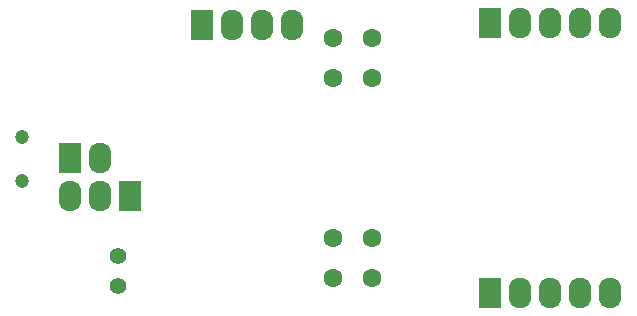
<source format=gbr>
%TF.GenerationSoftware,KiCad,Pcbnew,4.1.0-alpha+201607051515+6967~46~ubuntu15.10.1-product*%
%TF.CreationDate,2016-07-07T14:30:01+02:00*%
%TF.ProjectId,robot1,726F626F74312E6B696361645F706362,rev?*%
%TF.FileFunction,Soldermask,Bot*%
%FSLAX46Y46*%
G04 Gerber Fmt 4.6, Leading zero omitted, Abs format (unit mm)*
G04 Created by KiCad (PCBNEW 4.1.0-alpha+201607051515+6967~46~ubuntu15.10.1-product) date Thu Jul  7 14:30:01 2016*
%MOMM*%
%LPD*%
G01*
G04 APERTURE LIST*
%ADD10C,0.100000*%
%ADD11C,1.416000*%
%ADD12R,1.924000X2.599640*%
%ADD13O,1.924000X2.599640*%
%ADD14C,1.600000*%
%ADD15C,1.197560*%
G04 APERTURE END LIST*
D10*
D11*
X152654000Y-139700000D03*
X152654000Y-137160000D03*
D12*
X159766000Y-117602000D03*
D13*
X162306000Y-117602000D03*
X164846000Y-117602000D03*
X167386000Y-117602000D03*
D12*
X153670000Y-132080000D03*
D13*
X151130000Y-132080000D03*
X148590000Y-132080000D03*
D14*
X174115000Y-118745000D03*
X174115000Y-122145000D03*
X170815000Y-122145000D03*
X170815000Y-118745000D03*
X170815000Y-139065000D03*
X170815000Y-135665000D03*
X174115000Y-135665000D03*
X174115000Y-139065000D03*
D15*
X144521300Y-130873500D03*
X144523840Y-127076200D03*
D12*
X184150000Y-117475000D03*
D13*
X186690000Y-117475000D03*
X189230000Y-117475000D03*
X191770000Y-117475000D03*
X194310000Y-117475000D03*
D12*
X184150000Y-140335000D03*
D13*
X186690000Y-140335000D03*
X189230000Y-140335000D03*
X191770000Y-140335000D03*
X194310000Y-140335000D03*
D12*
X148590000Y-128905000D03*
D13*
X151130000Y-128905000D03*
M02*

</source>
